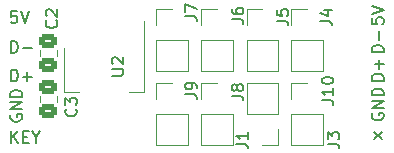
<source format=gbr>
%TF.GenerationSoftware,KiCad,Pcbnew,7.0.9*%
%TF.CreationDate,2023-12-01T13:47:35+01:00*%
%TF.ProjectId,usb-temp,7573622d-7465-46d7-902e-6b696361645f,rev?*%
%TF.SameCoordinates,Original*%
%TF.FileFunction,Legend,Top*%
%TF.FilePolarity,Positive*%
%FSLAX46Y46*%
G04 Gerber Fmt 4.6, Leading zero omitted, Abs format (unit mm)*
G04 Created by KiCad (PCBNEW 7.0.9) date 2023-12-01 13:47:35*
%MOMM*%
%LPD*%
G01*
G04 APERTURE LIST*
G04 Aperture macros list*
%AMRoundRect*
0 Rectangle with rounded corners*
0 $1 Rounding radius*
0 $2 $3 $4 $5 $6 $7 $8 $9 X,Y pos of 4 corners*
0 Add a 4 corners polygon primitive as box body*
4,1,4,$2,$3,$4,$5,$6,$7,$8,$9,$2,$3,0*
0 Add four circle primitives for the rounded corners*
1,1,$1+$1,$2,$3*
1,1,$1+$1,$4,$5*
1,1,$1+$1,$6,$7*
1,1,$1+$1,$8,$9*
0 Add four rect primitives between the rounded corners*
20,1,$1+$1,$2,$3,$4,$5,0*
20,1,$1+$1,$4,$5,$6,$7,0*
20,1,$1+$1,$6,$7,$8,$9,0*
20,1,$1+$1,$8,$9,$2,$3,0*%
G04 Aperture macros list end*
%ADD10C,0.150000*%
%ADD11C,0.120000*%
%ADD12R,1.700000X1.700000*%
%ADD13O,1.700000X1.700000*%
%ADD14RoundRect,0.250000X0.475000X-0.337500X0.475000X0.337500X-0.475000X0.337500X-0.475000X-0.337500X0*%
%ADD15R,1.500000X2.000000*%
%ADD16R,3.800000X2.000000*%
%ADD17RoundRect,0.250000X-0.475000X0.337500X-0.475000X-0.337500X0.475000X-0.337500X0.475000X0.337500X0*%
%ADD18R,5.000000X1.700000*%
G04 APERTURE END LIST*
D10*
X36080819Y-1346030D02*
X36080819Y-1822220D01*
X36080819Y-1822220D02*
X36557009Y-1869839D01*
X36557009Y-1869839D02*
X36509390Y-1822220D01*
X36509390Y-1822220D02*
X36461771Y-1726982D01*
X36461771Y-1726982D02*
X36461771Y-1488887D01*
X36461771Y-1488887D02*
X36509390Y-1393649D01*
X36509390Y-1393649D02*
X36557009Y-1346030D01*
X36557009Y-1346030D02*
X36652247Y-1298411D01*
X36652247Y-1298411D02*
X36890342Y-1298411D01*
X36890342Y-1298411D02*
X36985580Y-1346030D01*
X36985580Y-1346030D02*
X37033200Y-1393649D01*
X37033200Y-1393649D02*
X37080819Y-1488887D01*
X37080819Y-1488887D02*
X37080819Y-1726982D01*
X37080819Y-1726982D02*
X37033200Y-1822220D01*
X37033200Y-1822220D02*
X36985580Y-1869839D01*
X36080819Y-1012696D02*
X37080819Y-679363D01*
X37080819Y-679363D02*
X36080819Y-346030D01*
X37080819Y-4235220D02*
X36080819Y-4235220D01*
X36080819Y-4235220D02*
X36080819Y-3997125D01*
X36080819Y-3997125D02*
X36128438Y-3854268D01*
X36128438Y-3854268D02*
X36223676Y-3759030D01*
X36223676Y-3759030D02*
X36318914Y-3711411D01*
X36318914Y-3711411D02*
X36509390Y-3663792D01*
X36509390Y-3663792D02*
X36652247Y-3663792D01*
X36652247Y-3663792D02*
X36842723Y-3711411D01*
X36842723Y-3711411D02*
X36937961Y-3759030D01*
X36937961Y-3759030D02*
X37033200Y-3854268D01*
X37033200Y-3854268D02*
X37080819Y-3997125D01*
X37080819Y-3997125D02*
X37080819Y-4235220D01*
X36699866Y-3235220D02*
X36699866Y-2473316D01*
X36128438Y-9426411D02*
X36080819Y-9521649D01*
X36080819Y-9521649D02*
X36080819Y-9664506D01*
X36080819Y-9664506D02*
X36128438Y-9807363D01*
X36128438Y-9807363D02*
X36223676Y-9902601D01*
X36223676Y-9902601D02*
X36318914Y-9950220D01*
X36318914Y-9950220D02*
X36509390Y-9997839D01*
X36509390Y-9997839D02*
X36652247Y-9997839D01*
X36652247Y-9997839D02*
X36842723Y-9950220D01*
X36842723Y-9950220D02*
X36937961Y-9902601D01*
X36937961Y-9902601D02*
X37033200Y-9807363D01*
X37033200Y-9807363D02*
X37080819Y-9664506D01*
X37080819Y-9664506D02*
X37080819Y-9569268D01*
X37080819Y-9569268D02*
X37033200Y-9426411D01*
X37033200Y-9426411D02*
X36985580Y-9378792D01*
X36985580Y-9378792D02*
X36652247Y-9378792D01*
X36652247Y-9378792D02*
X36652247Y-9569268D01*
X37080819Y-8950220D02*
X36080819Y-8950220D01*
X36080819Y-8950220D02*
X37080819Y-8378792D01*
X37080819Y-8378792D02*
X36080819Y-8378792D01*
X37080819Y-7902601D02*
X36080819Y-7902601D01*
X36080819Y-7902601D02*
X36080819Y-7664506D01*
X36080819Y-7664506D02*
X36128438Y-7521649D01*
X36128438Y-7521649D02*
X36223676Y-7426411D01*
X36223676Y-7426411D02*
X36318914Y-7378792D01*
X36318914Y-7378792D02*
X36509390Y-7331173D01*
X36509390Y-7331173D02*
X36652247Y-7331173D01*
X36652247Y-7331173D02*
X36842723Y-7378792D01*
X36842723Y-7378792D02*
X36937961Y-7426411D01*
X36937961Y-7426411D02*
X37033200Y-7521649D01*
X37033200Y-7521649D02*
X37080819Y-7664506D01*
X37080819Y-7664506D02*
X37080819Y-7902601D01*
X36953819Y-11569458D02*
X36287152Y-11045649D01*
X36287152Y-11569458D02*
X36953819Y-11045649D01*
X37080819Y-6648220D02*
X36080819Y-6648220D01*
X36080819Y-6648220D02*
X36080819Y-6410125D01*
X36080819Y-6410125D02*
X36128438Y-6267268D01*
X36128438Y-6267268D02*
X36223676Y-6172030D01*
X36223676Y-6172030D02*
X36318914Y-6124411D01*
X36318914Y-6124411D02*
X36509390Y-6076792D01*
X36509390Y-6076792D02*
X36652247Y-6076792D01*
X36652247Y-6076792D02*
X36842723Y-6124411D01*
X36842723Y-6124411D02*
X36937961Y-6172030D01*
X36937961Y-6172030D02*
X37033200Y-6267268D01*
X37033200Y-6267268D02*
X37080819Y-6410125D01*
X37080819Y-6410125D02*
X37080819Y-6648220D01*
X36699866Y-5648220D02*
X36699866Y-4886316D01*
X37080819Y-5267268D02*
X36318914Y-5267268D01*
X32347819Y-12017333D02*
X33062104Y-12017333D01*
X33062104Y-12017333D02*
X33204961Y-12064952D01*
X33204961Y-12064952D02*
X33300200Y-12160190D01*
X33300200Y-12160190D02*
X33347819Y-12303047D01*
X33347819Y-12303047D02*
X33347819Y-12398285D01*
X32347819Y-11636380D02*
X32347819Y-11017333D01*
X32347819Y-11017333D02*
X32728771Y-11350666D01*
X32728771Y-11350666D02*
X32728771Y-11207809D01*
X32728771Y-11207809D02*
X32776390Y-11112571D01*
X32776390Y-11112571D02*
X32824009Y-11064952D01*
X32824009Y-11064952D02*
X32919247Y-11017333D01*
X32919247Y-11017333D02*
X33157342Y-11017333D01*
X33157342Y-11017333D02*
X33252580Y-11064952D01*
X33252580Y-11064952D02*
X33300200Y-11112571D01*
X33300200Y-11112571D02*
X33347819Y-11207809D01*
X33347819Y-11207809D02*
X33347819Y-11493523D01*
X33347819Y-11493523D02*
X33300200Y-11588761D01*
X33300200Y-11588761D02*
X33252580Y-11636380D01*
X28029819Y-1603333D02*
X28744104Y-1603333D01*
X28744104Y-1603333D02*
X28886961Y-1650952D01*
X28886961Y-1650952D02*
X28982200Y-1746190D01*
X28982200Y-1746190D02*
X29029819Y-1889047D01*
X29029819Y-1889047D02*
X29029819Y-1984285D01*
X28029819Y-650952D02*
X28029819Y-1127142D01*
X28029819Y-1127142D02*
X28506009Y-1174761D01*
X28506009Y-1174761D02*
X28458390Y-1127142D01*
X28458390Y-1127142D02*
X28410771Y-1031904D01*
X28410771Y-1031904D02*
X28410771Y-793809D01*
X28410771Y-793809D02*
X28458390Y-698571D01*
X28458390Y-698571D02*
X28506009Y-650952D01*
X28506009Y-650952D02*
X28601247Y-603333D01*
X28601247Y-603333D02*
X28839342Y-603333D01*
X28839342Y-603333D02*
X28934580Y-650952D01*
X28934580Y-650952D02*
X28982200Y-698571D01*
X28982200Y-698571D02*
X29029819Y-793809D01*
X29029819Y-793809D02*
X29029819Y-1031904D01*
X29029819Y-1031904D02*
X28982200Y-1127142D01*
X28982200Y-1127142D02*
X28934580Y-1174761D01*
X24600819Y-12017333D02*
X25315104Y-12017333D01*
X25315104Y-12017333D02*
X25457961Y-12064952D01*
X25457961Y-12064952D02*
X25553200Y-12160190D01*
X25553200Y-12160190D02*
X25600819Y-12303047D01*
X25600819Y-12303047D02*
X25600819Y-12398285D01*
X25600819Y-11017333D02*
X25600819Y-11588761D01*
X25600819Y-11303047D02*
X24600819Y-11303047D01*
X24600819Y-11303047D02*
X24743676Y-11398285D01*
X24743676Y-11398285D02*
X24838914Y-11493523D01*
X24838914Y-11493523D02*
X24886533Y-11588761D01*
X20282819Y-7826333D02*
X20997104Y-7826333D01*
X20997104Y-7826333D02*
X21139961Y-7873952D01*
X21139961Y-7873952D02*
X21235200Y-7969190D01*
X21235200Y-7969190D02*
X21282819Y-8112047D01*
X21282819Y-8112047D02*
X21282819Y-8207285D01*
X21282819Y-7302523D02*
X21282819Y-7112047D01*
X21282819Y-7112047D02*
X21235200Y-7016809D01*
X21235200Y-7016809D02*
X21187580Y-6969190D01*
X21187580Y-6969190D02*
X21044723Y-6873952D01*
X21044723Y-6873952D02*
X20854247Y-6826333D01*
X20854247Y-6826333D02*
X20473295Y-6826333D01*
X20473295Y-6826333D02*
X20378057Y-6873952D01*
X20378057Y-6873952D02*
X20330438Y-6921571D01*
X20330438Y-6921571D02*
X20282819Y-7016809D01*
X20282819Y-7016809D02*
X20282819Y-7207285D01*
X20282819Y-7207285D02*
X20330438Y-7302523D01*
X20330438Y-7302523D02*
X20378057Y-7350142D01*
X20378057Y-7350142D02*
X20473295Y-7397761D01*
X20473295Y-7397761D02*
X20711390Y-7397761D01*
X20711390Y-7397761D02*
X20806628Y-7350142D01*
X20806628Y-7350142D02*
X20854247Y-7302523D01*
X20854247Y-7302523D02*
X20901866Y-7207285D01*
X20901866Y-7207285D02*
X20901866Y-7016809D01*
X20901866Y-7016809D02*
X20854247Y-6921571D01*
X20854247Y-6921571D02*
X20806628Y-6873952D01*
X20806628Y-6873952D02*
X20711390Y-6826333D01*
X11027580Y-9056666D02*
X11075200Y-9104285D01*
X11075200Y-9104285D02*
X11122819Y-9247142D01*
X11122819Y-9247142D02*
X11122819Y-9342380D01*
X11122819Y-9342380D02*
X11075200Y-9485237D01*
X11075200Y-9485237D02*
X10979961Y-9580475D01*
X10979961Y-9580475D02*
X10884723Y-9628094D01*
X10884723Y-9628094D02*
X10694247Y-9675713D01*
X10694247Y-9675713D02*
X10551390Y-9675713D01*
X10551390Y-9675713D02*
X10360914Y-9628094D01*
X10360914Y-9628094D02*
X10265676Y-9580475D01*
X10265676Y-9580475D02*
X10170438Y-9485237D01*
X10170438Y-9485237D02*
X10122819Y-9342380D01*
X10122819Y-9342380D02*
X10122819Y-9247142D01*
X10122819Y-9247142D02*
X10170438Y-9104285D01*
X10170438Y-9104285D02*
X10218057Y-9056666D01*
X10122819Y-8723332D02*
X10122819Y-8104285D01*
X10122819Y-8104285D02*
X10503771Y-8437618D01*
X10503771Y-8437618D02*
X10503771Y-8294761D01*
X10503771Y-8294761D02*
X10551390Y-8199523D01*
X10551390Y-8199523D02*
X10599009Y-8151904D01*
X10599009Y-8151904D02*
X10694247Y-8104285D01*
X10694247Y-8104285D02*
X10932342Y-8104285D01*
X10932342Y-8104285D02*
X11027580Y-8151904D01*
X11027580Y-8151904D02*
X11075200Y-8199523D01*
X11075200Y-8199523D02*
X11122819Y-8294761D01*
X11122819Y-8294761D02*
X11122819Y-8580475D01*
X11122819Y-8580475D02*
X11075200Y-8675713D01*
X11075200Y-8675713D02*
X11027580Y-8723332D01*
X31712819Y-1603333D02*
X32427104Y-1603333D01*
X32427104Y-1603333D02*
X32569961Y-1650952D01*
X32569961Y-1650952D02*
X32665200Y-1746190D01*
X32665200Y-1746190D02*
X32712819Y-1889047D01*
X32712819Y-1889047D02*
X32712819Y-1984285D01*
X32046152Y-698571D02*
X32712819Y-698571D01*
X31665200Y-936666D02*
X32379485Y-1174761D01*
X32379485Y-1174761D02*
X32379485Y-555714D01*
X14059819Y-6222904D02*
X14869342Y-6222904D01*
X14869342Y-6222904D02*
X14964580Y-6175285D01*
X14964580Y-6175285D02*
X15012200Y-6127666D01*
X15012200Y-6127666D02*
X15059819Y-6032428D01*
X15059819Y-6032428D02*
X15059819Y-5841952D01*
X15059819Y-5841952D02*
X15012200Y-5746714D01*
X15012200Y-5746714D02*
X14964580Y-5699095D01*
X14964580Y-5699095D02*
X14869342Y-5651476D01*
X14869342Y-5651476D02*
X14059819Y-5651476D01*
X14155057Y-5222904D02*
X14107438Y-5175285D01*
X14107438Y-5175285D02*
X14059819Y-5080047D01*
X14059819Y-5080047D02*
X14059819Y-4841952D01*
X14059819Y-4841952D02*
X14107438Y-4746714D01*
X14107438Y-4746714D02*
X14155057Y-4699095D01*
X14155057Y-4699095D02*
X14250295Y-4651476D01*
X14250295Y-4651476D02*
X14345533Y-4651476D01*
X14345533Y-4651476D02*
X14488390Y-4699095D01*
X14488390Y-4699095D02*
X15059819Y-5270523D01*
X15059819Y-5270523D02*
X15059819Y-4651476D01*
X20282819Y-1222333D02*
X20997104Y-1222333D01*
X20997104Y-1222333D02*
X21139961Y-1269952D01*
X21139961Y-1269952D02*
X21235200Y-1365190D01*
X21235200Y-1365190D02*
X21282819Y-1508047D01*
X21282819Y-1508047D02*
X21282819Y-1603285D01*
X20282819Y-841380D02*
X20282819Y-174714D01*
X20282819Y-174714D02*
X21282819Y-603285D01*
X24219819Y-7953333D02*
X24934104Y-7953333D01*
X24934104Y-7953333D02*
X25076961Y-8000952D01*
X25076961Y-8000952D02*
X25172200Y-8096190D01*
X25172200Y-8096190D02*
X25219819Y-8239047D01*
X25219819Y-8239047D02*
X25219819Y-8334285D01*
X24648390Y-7334285D02*
X24600771Y-7429523D01*
X24600771Y-7429523D02*
X24553152Y-7477142D01*
X24553152Y-7477142D02*
X24457914Y-7524761D01*
X24457914Y-7524761D02*
X24410295Y-7524761D01*
X24410295Y-7524761D02*
X24315057Y-7477142D01*
X24315057Y-7477142D02*
X24267438Y-7429523D01*
X24267438Y-7429523D02*
X24219819Y-7334285D01*
X24219819Y-7334285D02*
X24219819Y-7143809D01*
X24219819Y-7143809D02*
X24267438Y-7048571D01*
X24267438Y-7048571D02*
X24315057Y-7000952D01*
X24315057Y-7000952D02*
X24410295Y-6953333D01*
X24410295Y-6953333D02*
X24457914Y-6953333D01*
X24457914Y-6953333D02*
X24553152Y-7000952D01*
X24553152Y-7000952D02*
X24600771Y-7048571D01*
X24600771Y-7048571D02*
X24648390Y-7143809D01*
X24648390Y-7143809D02*
X24648390Y-7334285D01*
X24648390Y-7334285D02*
X24696009Y-7429523D01*
X24696009Y-7429523D02*
X24743628Y-7477142D01*
X24743628Y-7477142D02*
X24838866Y-7524761D01*
X24838866Y-7524761D02*
X25029342Y-7524761D01*
X25029342Y-7524761D02*
X25124580Y-7477142D01*
X25124580Y-7477142D02*
X25172200Y-7429523D01*
X25172200Y-7429523D02*
X25219819Y-7334285D01*
X25219819Y-7334285D02*
X25219819Y-7143809D01*
X25219819Y-7143809D02*
X25172200Y-7048571D01*
X25172200Y-7048571D02*
X25124580Y-7000952D01*
X25124580Y-7000952D02*
X25029342Y-6953333D01*
X25029342Y-6953333D02*
X24838866Y-6953333D01*
X24838866Y-6953333D02*
X24743628Y-7000952D01*
X24743628Y-7000952D02*
X24696009Y-7048571D01*
X24696009Y-7048571D02*
X24648390Y-7143809D01*
X24219819Y-1476333D02*
X24934104Y-1476333D01*
X24934104Y-1476333D02*
X25076961Y-1523952D01*
X25076961Y-1523952D02*
X25172200Y-1619190D01*
X25172200Y-1619190D02*
X25219819Y-1762047D01*
X25219819Y-1762047D02*
X25219819Y-1857285D01*
X24219819Y-571571D02*
X24219819Y-762047D01*
X24219819Y-762047D02*
X24267438Y-857285D01*
X24267438Y-857285D02*
X24315057Y-904904D01*
X24315057Y-904904D02*
X24457914Y-1000142D01*
X24457914Y-1000142D02*
X24648390Y-1047761D01*
X24648390Y-1047761D02*
X25029342Y-1047761D01*
X25029342Y-1047761D02*
X25124580Y-1000142D01*
X25124580Y-1000142D02*
X25172200Y-952523D01*
X25172200Y-952523D02*
X25219819Y-857285D01*
X25219819Y-857285D02*
X25219819Y-666809D01*
X25219819Y-666809D02*
X25172200Y-571571D01*
X25172200Y-571571D02*
X25124580Y-523952D01*
X25124580Y-523952D02*
X25029342Y-476333D01*
X25029342Y-476333D02*
X24791247Y-476333D01*
X24791247Y-476333D02*
X24696009Y-523952D01*
X24696009Y-523952D02*
X24648390Y-571571D01*
X24648390Y-571571D02*
X24600771Y-666809D01*
X24600771Y-666809D02*
X24600771Y-857285D01*
X24600771Y-857285D02*
X24648390Y-952523D01*
X24648390Y-952523D02*
X24696009Y-1000142D01*
X24696009Y-1000142D02*
X24791247Y-1047761D01*
X9376580Y-1563666D02*
X9424200Y-1611285D01*
X9424200Y-1611285D02*
X9471819Y-1754142D01*
X9471819Y-1754142D02*
X9471819Y-1849380D01*
X9471819Y-1849380D02*
X9424200Y-1992237D01*
X9424200Y-1992237D02*
X9328961Y-2087475D01*
X9328961Y-2087475D02*
X9233723Y-2135094D01*
X9233723Y-2135094D02*
X9043247Y-2182713D01*
X9043247Y-2182713D02*
X8900390Y-2182713D01*
X8900390Y-2182713D02*
X8709914Y-2135094D01*
X8709914Y-2135094D02*
X8614676Y-2087475D01*
X8614676Y-2087475D02*
X8519438Y-1992237D01*
X8519438Y-1992237D02*
X8471819Y-1849380D01*
X8471819Y-1849380D02*
X8471819Y-1754142D01*
X8471819Y-1754142D02*
X8519438Y-1611285D01*
X8519438Y-1611285D02*
X8567057Y-1563666D01*
X8567057Y-1182713D02*
X8519438Y-1135094D01*
X8519438Y-1135094D02*
X8471819Y-1039856D01*
X8471819Y-1039856D02*
X8471819Y-801761D01*
X8471819Y-801761D02*
X8519438Y-706523D01*
X8519438Y-706523D02*
X8567057Y-658904D01*
X8567057Y-658904D02*
X8662295Y-611285D01*
X8662295Y-611285D02*
X8757533Y-611285D01*
X8757533Y-611285D02*
X8900390Y-658904D01*
X8900390Y-658904D02*
X9471819Y-1230332D01*
X9471819Y-1230332D02*
X9471819Y-611285D01*
X5521438Y-9553411D02*
X5473819Y-9648649D01*
X5473819Y-9648649D02*
X5473819Y-9791506D01*
X5473819Y-9791506D02*
X5521438Y-9934363D01*
X5521438Y-9934363D02*
X5616676Y-10029601D01*
X5616676Y-10029601D02*
X5711914Y-10077220D01*
X5711914Y-10077220D02*
X5902390Y-10124839D01*
X5902390Y-10124839D02*
X6045247Y-10124839D01*
X6045247Y-10124839D02*
X6235723Y-10077220D01*
X6235723Y-10077220D02*
X6330961Y-10029601D01*
X6330961Y-10029601D02*
X6426200Y-9934363D01*
X6426200Y-9934363D02*
X6473819Y-9791506D01*
X6473819Y-9791506D02*
X6473819Y-9696268D01*
X6473819Y-9696268D02*
X6426200Y-9553411D01*
X6426200Y-9553411D02*
X6378580Y-9505792D01*
X6378580Y-9505792D02*
X6045247Y-9505792D01*
X6045247Y-9505792D02*
X6045247Y-9696268D01*
X6473819Y-9077220D02*
X5473819Y-9077220D01*
X5473819Y-9077220D02*
X6473819Y-8505792D01*
X6473819Y-8505792D02*
X5473819Y-8505792D01*
X6473819Y-8029601D02*
X5473819Y-8029601D01*
X5473819Y-8029601D02*
X5473819Y-7791506D01*
X5473819Y-7791506D02*
X5521438Y-7648649D01*
X5521438Y-7648649D02*
X5616676Y-7553411D01*
X5616676Y-7553411D02*
X5711914Y-7505792D01*
X5711914Y-7505792D02*
X5902390Y-7458173D01*
X5902390Y-7458173D02*
X6045247Y-7458173D01*
X6045247Y-7458173D02*
X6235723Y-7505792D01*
X6235723Y-7505792D02*
X6330961Y-7553411D01*
X6330961Y-7553411D02*
X6426200Y-7648649D01*
X6426200Y-7648649D02*
X6473819Y-7791506D01*
X6473819Y-7791506D02*
X6473819Y-8029601D01*
X5543779Y-6727819D02*
X5543779Y-5727819D01*
X5543779Y-5727819D02*
X5781874Y-5727819D01*
X5781874Y-5727819D02*
X5924731Y-5775438D01*
X5924731Y-5775438D02*
X6019969Y-5870676D01*
X6019969Y-5870676D02*
X6067588Y-5965914D01*
X6067588Y-5965914D02*
X6115207Y-6156390D01*
X6115207Y-6156390D02*
X6115207Y-6299247D01*
X6115207Y-6299247D02*
X6067588Y-6489723D01*
X6067588Y-6489723D02*
X6019969Y-6584961D01*
X6019969Y-6584961D02*
X5924731Y-6680200D01*
X5924731Y-6680200D02*
X5781874Y-6727819D01*
X5781874Y-6727819D02*
X5543779Y-6727819D01*
X6543779Y-6346866D02*
X7305684Y-6346866D01*
X6924731Y-6727819D02*
X6924731Y-5965914D01*
X5543779Y-11934819D02*
X5543779Y-10934819D01*
X6115207Y-11934819D02*
X5686636Y-11363390D01*
X6115207Y-10934819D02*
X5543779Y-11506247D01*
X6543779Y-11411009D02*
X6877112Y-11411009D01*
X7019969Y-11934819D02*
X6543779Y-11934819D01*
X6543779Y-11934819D02*
X6543779Y-10934819D01*
X6543779Y-10934819D02*
X7019969Y-10934819D01*
X7639017Y-11458628D02*
X7639017Y-11934819D01*
X7305684Y-10934819D02*
X7639017Y-11458628D01*
X7639017Y-11458628D02*
X7972350Y-10934819D01*
X6019969Y-774819D02*
X5543779Y-774819D01*
X5543779Y-774819D02*
X5496160Y-1251009D01*
X5496160Y-1251009D02*
X5543779Y-1203390D01*
X5543779Y-1203390D02*
X5639017Y-1155771D01*
X5639017Y-1155771D02*
X5877112Y-1155771D01*
X5877112Y-1155771D02*
X5972350Y-1203390D01*
X5972350Y-1203390D02*
X6019969Y-1251009D01*
X6019969Y-1251009D02*
X6067588Y-1346247D01*
X6067588Y-1346247D02*
X6067588Y-1584342D01*
X6067588Y-1584342D02*
X6019969Y-1679580D01*
X6019969Y-1679580D02*
X5972350Y-1727200D01*
X5972350Y-1727200D02*
X5877112Y-1774819D01*
X5877112Y-1774819D02*
X5639017Y-1774819D01*
X5639017Y-1774819D02*
X5543779Y-1727200D01*
X5543779Y-1727200D02*
X5496160Y-1679580D01*
X6353303Y-774819D02*
X6686636Y-1774819D01*
X6686636Y-1774819D02*
X7019969Y-774819D01*
X5543779Y-4314819D02*
X5543779Y-3314819D01*
X5543779Y-3314819D02*
X5781874Y-3314819D01*
X5781874Y-3314819D02*
X5924731Y-3362438D01*
X5924731Y-3362438D02*
X6019969Y-3457676D01*
X6019969Y-3457676D02*
X6067588Y-3552914D01*
X6067588Y-3552914D02*
X6115207Y-3743390D01*
X6115207Y-3743390D02*
X6115207Y-3886247D01*
X6115207Y-3886247D02*
X6067588Y-4076723D01*
X6067588Y-4076723D02*
X6019969Y-4171961D01*
X6019969Y-4171961D02*
X5924731Y-4267200D01*
X5924731Y-4267200D02*
X5781874Y-4314819D01*
X5781874Y-4314819D02*
X5543779Y-4314819D01*
X6543779Y-3933866D02*
X7305684Y-3933866D01*
X31839819Y-8302523D02*
X32554104Y-8302523D01*
X32554104Y-8302523D02*
X32696961Y-8350142D01*
X32696961Y-8350142D02*
X32792200Y-8445380D01*
X32792200Y-8445380D02*
X32839819Y-8588237D01*
X32839819Y-8588237D02*
X32839819Y-8683475D01*
X32839819Y-7302523D02*
X32839819Y-7873951D01*
X32839819Y-7588237D02*
X31839819Y-7588237D01*
X31839819Y-7588237D02*
X31982676Y-7683475D01*
X31982676Y-7683475D02*
X32077914Y-7778713D01*
X32077914Y-7778713D02*
X32125533Y-7873951D01*
X31839819Y-6683475D02*
X31839819Y-6588237D01*
X31839819Y-6588237D02*
X31887438Y-6492999D01*
X31887438Y-6492999D02*
X31935057Y-6445380D01*
X31935057Y-6445380D02*
X32030295Y-6397761D01*
X32030295Y-6397761D02*
X32220771Y-6350142D01*
X32220771Y-6350142D02*
X32458866Y-6350142D01*
X32458866Y-6350142D02*
X32649342Y-6397761D01*
X32649342Y-6397761D02*
X32744580Y-6445380D01*
X32744580Y-6445380D02*
X32792200Y-6492999D01*
X32792200Y-6492999D02*
X32839819Y-6588237D01*
X32839819Y-6588237D02*
X32839819Y-6683475D01*
X32839819Y-6683475D02*
X32792200Y-6778713D01*
X32792200Y-6778713D02*
X32744580Y-6826332D01*
X32744580Y-6826332D02*
X32649342Y-6873951D01*
X32649342Y-6873951D02*
X32458866Y-6921570D01*
X32458866Y-6921570D02*
X32220771Y-6921570D01*
X32220771Y-6921570D02*
X32030295Y-6873951D01*
X32030295Y-6873951D02*
X31935057Y-6826332D01*
X31935057Y-6826332D02*
X31887438Y-6778713D01*
X31887438Y-6778713D02*
X31839819Y-6683475D01*
D11*
%TO.C,J5*%
X25490000Y-620000D02*
X26820000Y-620000D01*
X25490000Y-1950000D02*
X25490000Y-620000D01*
X25490000Y-3220000D02*
X25490000Y-5820000D01*
X25490000Y-3220000D02*
X28150000Y-3220000D01*
X25490000Y-5820000D02*
X28150000Y-5820000D01*
X28150000Y-3220000D02*
X28150000Y-5820000D01*
%TO.C,J1*%
X28150000Y-12088332D02*
X26820000Y-12088332D01*
X28150000Y-10758332D02*
X28150000Y-12088332D01*
X28150000Y-9488332D02*
X28150000Y-6888332D01*
X28150000Y-9488332D02*
X25490000Y-9488332D01*
X28150000Y-6888332D02*
X25490000Y-6888332D01*
X25490000Y-9488332D02*
X25490000Y-6888332D01*
%TO.C,J9*%
X17830000Y-6878332D02*
X19160000Y-6878332D01*
X17830000Y-8208332D02*
X17830000Y-6878332D01*
X17830000Y-9478332D02*
X17830000Y-12078332D01*
X17830000Y-9478332D02*
X20490000Y-9478332D01*
X17830000Y-12078332D02*
X20490000Y-12078332D01*
X20490000Y-9478332D02*
X20490000Y-12078332D01*
%TO.C,C3*%
X7965000Y-8471252D02*
X7965000Y-7948748D01*
X9435000Y-8471252D02*
X9435000Y-7948748D01*
%TO.C,J4*%
X29250000Y-620000D02*
X30580000Y-620000D01*
X29250000Y-1950000D02*
X29250000Y-620000D01*
X29250000Y-3220000D02*
X29250000Y-5820000D01*
X29250000Y-3220000D02*
X31910000Y-3220000D01*
X29250000Y-5820000D02*
X31910000Y-5820000D01*
X31910000Y-3220000D02*
X31910000Y-5820000D01*
%TO.C,U2*%
X16820000Y-1610000D02*
X16820000Y-7620000D01*
X10000000Y-3860000D02*
X10000000Y-7620000D01*
X16820000Y-7620000D02*
X15560000Y-7620000D01*
X10000000Y-7620000D02*
X11260000Y-7620000D01*
%TO.C,J7*%
X17840000Y-620000D02*
X19170000Y-620000D01*
X17840000Y-1950000D02*
X17840000Y-620000D01*
X17840000Y-3220000D02*
X17840000Y-5820000D01*
X17840000Y-3220000D02*
X20500000Y-3220000D01*
X17840000Y-5820000D02*
X20500000Y-5820000D01*
X20500000Y-3220000D02*
X20500000Y-5820000D01*
%TO.C,J8*%
X21636666Y-6878332D02*
X22966666Y-6878332D01*
X21636666Y-8208332D02*
X21636666Y-6878332D01*
X21636666Y-9478332D02*
X21636666Y-12078332D01*
X21636666Y-9478332D02*
X24296666Y-9478332D01*
X21636666Y-12078332D02*
X24296666Y-12078332D01*
X24296666Y-9478332D02*
X24296666Y-12078332D01*
%TO.C,J6*%
X21636666Y-620000D02*
X22966666Y-620000D01*
X21636666Y-1950000D02*
X21636666Y-620000D01*
X21636666Y-3220000D02*
X21636666Y-5820000D01*
X21636666Y-3220000D02*
X24296666Y-3220000D01*
X21636666Y-5820000D02*
X24296666Y-5820000D01*
X24296666Y-3220000D02*
X24296666Y-5820000D01*
%TO.C,C2*%
X9425000Y-4038748D02*
X9425000Y-4561252D01*
X7955000Y-4038748D02*
X7955000Y-4561252D01*
%TO.C,J10*%
X29250000Y-6878332D02*
X30580000Y-6878332D01*
X29250000Y-8208332D02*
X29250000Y-6878332D01*
X29250000Y-9478332D02*
X29250000Y-12078332D01*
X29250000Y-9478332D02*
X31910000Y-9478332D01*
X29250000Y-12078332D02*
X31910000Y-12078332D01*
X31910000Y-9478332D02*
X31910000Y-12078332D01*
%TD*%
%LPC*%
D12*
%TO.C,USB_2_Out1*%
X38310000Y-1200000D03*
D13*
X38310000Y-3740000D03*
X38310000Y-6280000D03*
X38310000Y-8820000D03*
X38310000Y-11360000D03*
%TD*%
%TO.C,J3*%
X34590000Y-1190000D03*
X34590000Y-3730000D03*
X34590000Y-6270000D03*
X34590000Y-8810000D03*
D12*
X34590000Y-11350000D03*
%TD*%
%TO.C,J5*%
X26820000Y-1950000D03*
D13*
X26820000Y-4490000D03*
%TD*%
D12*
%TO.C,J1*%
X26820000Y-10758332D03*
D13*
X26820000Y-8218332D03*
%TD*%
D12*
%TO.C,J9*%
X19160000Y-8208332D03*
D13*
X19160000Y-10748332D03*
%TD*%
D14*
%TO.C,C3*%
X8700000Y-9247500D03*
X8700000Y-7172500D03*
%TD*%
D12*
%TO.C,J4*%
X30580000Y-1950000D03*
D13*
X30580000Y-4490000D03*
%TD*%
D15*
%TO.C,U2*%
X15710000Y-2560000D03*
X13410000Y-2560000D03*
X11110000Y-2560000D03*
D16*
X13410000Y-8860000D03*
%TD*%
D12*
%TO.C,J7*%
X19170000Y-1950000D03*
D13*
X19170000Y-4490000D03*
%TD*%
D12*
%TO.C,J8*%
X22966666Y-8208332D03*
D13*
X22966666Y-10748332D03*
%TD*%
D12*
%TO.C,J6*%
X22966666Y-1950000D03*
D13*
X22966666Y-4490000D03*
%TD*%
D17*
%TO.C,C2*%
X8690000Y-3262500D03*
X8690000Y-5337500D03*
%TD*%
D18*
%TO.C,J2*%
X2794000Y-1270000D03*
X2794000Y-3810000D03*
X2794000Y-6350000D03*
X2794000Y-8890000D03*
X2794000Y-11430000D03*
%TD*%
D12*
%TO.C,J10*%
X30580000Y-8208332D03*
D13*
X30580000Y-10748332D03*
%TD*%
%LPD*%
M02*

</source>
